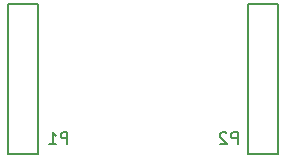
<source format=gbr>
G04 #@! TF.GenerationSoftware,KiCad,Pcbnew,no-vcs-found-3ad3869~61~ubuntu16.04.1*
G04 #@! TF.CreationDate,2018-02-09T16:07:16+01:00*
G04 #@! TF.ProjectId,Lidar,4C696461722E6B696361645F70636200,rev?*
G04 #@! TF.SameCoordinates,Original*
G04 #@! TF.FileFunction,Legend,Bot*
G04 #@! TF.FilePolarity,Positive*
%FSLAX46Y46*%
G04 Gerber Fmt 4.6, Leading zero omitted, Abs format (unit mm)*
G04 Created by KiCad (PCBNEW no-vcs-found-3ad3869~61~ubuntu16.04.1) date Fri Feb  9 16:07:16 2018*
%MOMM*%
%LPD*%
G01*
G04 APERTURE LIST*
%ADD10C,0.150000*%
G04 APERTURE END LIST*
D10*
X102540000Y-96190000D02*
X102540000Y-83490000D01*
X102540000Y-83490000D02*
X105080000Y-83490000D01*
X105080000Y-83490000D02*
X105080000Y-96190000D01*
X105080000Y-96190000D02*
X102540000Y-96190000D01*
X84760000Y-83490000D02*
X84760000Y-96190000D01*
X84760000Y-96190000D02*
X82220000Y-96190000D01*
X82220000Y-96190000D02*
X82220000Y-83490000D01*
X82220000Y-83490000D02*
X84760000Y-83490000D01*
X101677895Y-95296180D02*
X101677895Y-94296180D01*
X101296942Y-94296180D01*
X101201704Y-94343800D01*
X101154085Y-94391419D01*
X101106466Y-94486657D01*
X101106466Y-94629514D01*
X101154085Y-94724752D01*
X101201704Y-94772371D01*
X101296942Y-94819990D01*
X101677895Y-94819990D01*
X100725514Y-94391419D02*
X100677895Y-94343800D01*
X100582657Y-94296180D01*
X100344561Y-94296180D01*
X100249323Y-94343800D01*
X100201704Y-94391419D01*
X100154085Y-94486657D01*
X100154085Y-94581895D01*
X100201704Y-94724752D01*
X100773133Y-95296180D01*
X100154085Y-95296180D01*
X87276095Y-95321580D02*
X87276095Y-94321580D01*
X86895142Y-94321580D01*
X86799904Y-94369200D01*
X86752285Y-94416819D01*
X86704666Y-94512057D01*
X86704666Y-94654914D01*
X86752285Y-94750152D01*
X86799904Y-94797771D01*
X86895142Y-94845390D01*
X87276095Y-94845390D01*
X85752285Y-95321580D02*
X86323714Y-95321580D01*
X86038000Y-95321580D02*
X86038000Y-94321580D01*
X86133238Y-94464438D01*
X86228476Y-94559676D01*
X86323714Y-94607295D01*
M02*

</source>
